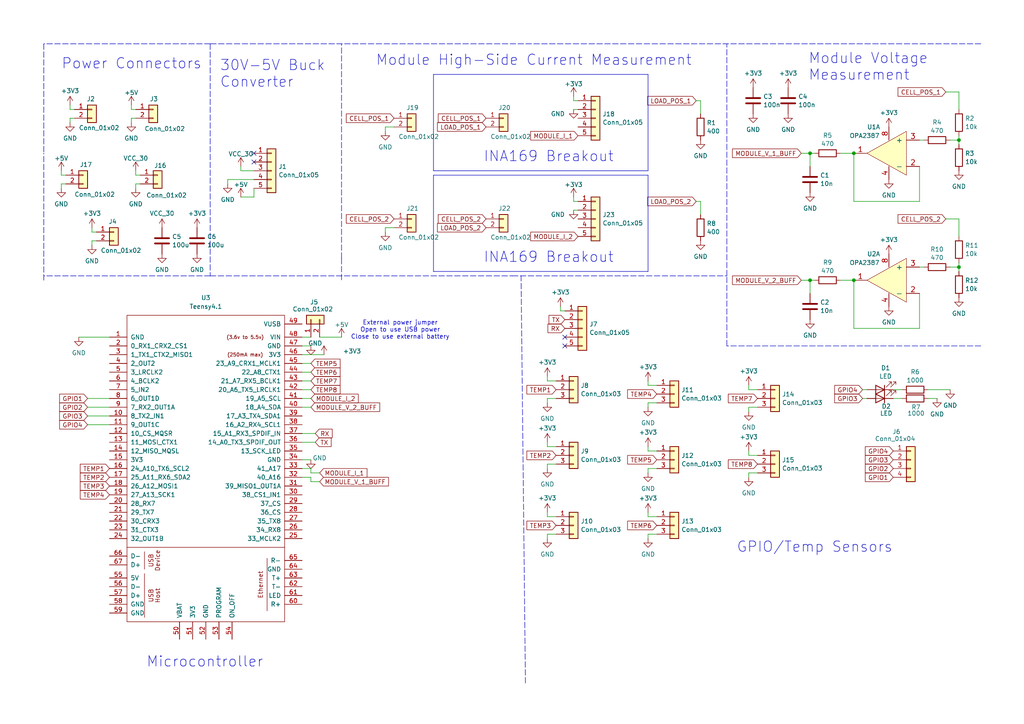
<source format=kicad_sch>
(kicad_sch (version 20250114) (generator "eeschema") (generator_version "9.0")
  (paper "A4")
  (lib_symbols
    (symbol "Connector_Generic:Conn_01x02" (pin_names (offset 1.016) (hide yes))
      (property "Reference" "J" (at 0 2.54 0))
      (property "Value" "Conn_01x02" (at 0 -5.08 0))
      (symbol "Conn_01x02_1_1"
        (pin passive line (at -5.08 0 0) (length 3.81) (name "Pin_1") (number "1"))
        (pin passive line (at -5.08 -2.54 0) (length 3.81) (name "Pin_2") (number "2"))
      )
    )
    (symbol "Connector_Generic:Conn_01x03" (pin_names (offset 1.016) (hide yes))
      (property "Reference" "J" (at 0 5.08 0))
      (property "Value" "Conn_01x03" (at 0 -5.08 0))
      (symbol "Conn_01x03_1_1"
        (pin passive line (at -5.08 2.54 0) (length 3.81) (name "Pin_1") (number "1"))
        (pin passive line (at -5.08 0 0) (length 3.81) (name "Pin_2") (number "2"))
        (pin passive line (at -5.08 -2.54 0) (length 3.81) (name "Pin_3") (number "3"))
      )
    )
    (symbol "Connector_Generic:Conn_01x04" (pin_names (offset 1.016) (hide yes))
      (property "Reference" "J" (at 0 5.08 0))
      (property "Value" "Conn_01x04" (at 0 -7.62 0))
      (symbol "Conn_01x04_1_1"
        (pin passive line (at -5.08 2.54 0) (length 3.81) (name "Pin_1") (number "1"))
        (pin passive line (at -5.08 0 0) (length 3.81) (name "Pin_2") (number "2"))
        (pin passive line (at -5.08 -2.54 0) (length 3.81) (name "Pin_3") (number "3"))
        (pin passive line (at -5.08 -5.08 0) (length 3.81) (name "Pin_4") (number "4"))
      )
    )
    (symbol "Connector_Generic:Conn_01x05" (pin_names (offset 1.016) (hide yes))
      (property "Reference" "J" (at 0 7.62 0))
      (property "Value" "Conn_01x05" (at 0 -7.62 0))
      (symbol "Conn_01x05_1_1"
        (pin passive line (at -5.08 5.08 0) (length 3.81) (name "Pin_1") (number "1"))
        (pin passive line (at -5.08 2.54 0) (length 3.81) (name "Pin_2") (number "2"))
        (pin passive line (at -5.08 0 0) (length 3.81) (name "Pin_3") (number "3"))
        (pin passive line (at -5.08 -2.54 0) (length 3.81) (name "Pin_4") (number "4"))
        (pin passive line (at -5.08 -5.08 0) (length 3.81) (name "Pin_5") (number "5"))
      )
    )
    (symbol "Device:C" (pin_numbers (hide yes)) (pin_names (offset 0.254))
      (property "Reference" "C" (at 0.635 2.54 0))
      (property "Value" "C" (at 0.635 -2.54 0))
      (symbol "C_1_1"
        (pin passive line (at 0 3.81 270) (length 2.794) (name "~") (number "1"))
        (pin passive line (at 0 -3.81 90) (length 2.794) (name "~") (number "2"))
      )
    )
    (symbol "Device:LED" (pin_numbers (hide yes)) (pin_names (offset 1.016) (hide yes))
      (property "Reference" "D" (at 0 2.54 0))
      (property "Value" "LED" (at 0 -2.54 0))
      (symbol "LED_1_1"
        (pin passive line (at -3.81 0 0) (length 2.54) (name "K") (number "1"))
        (pin passive line (at 3.81 0 180) (length 2.54) (name "A") (number "2"))
      )
    )
    (symbol "Device:R" (pin_numbers (hide yes)) (pin_names (offset 0))
      (property "Reference" "R" (at 2.032 0 90))
      (property "Value" "R" (at 0 0 90))
      (symbol "R_1_1"
        (pin passive line (at 0 3.81 270) (length 1.27) (name "~") (number "1"))
        (pin passive line (at 0 -3.81 90) (length 1.27) (name "~") (number "2"))
      )
    )
    (symbol "OPA2387:OPA2387" (pin_names (offset 1.016))
      (property "Reference" "U" (at 6.35 7.62 0))
      (property "Value" "OPA2387" (at 10.16 5.08 0))
      (symbol "OPA2387_1_1"
        (pin power_in line (at -6.35 3.81 0) (length 3.81) (name "+") (number "3"))
        (pin power_in line (at -6.35 -3.81 0) (length 3.81) (name "-") (number "2"))
        (pin power_in line (at 2.54 7.62 270) (length 3.81) (name "~") (number "8"))
        (pin power_in line (at 2.54 -7.62 90) (length 3.81) (name "~") (number "4"))
        (pin power_in line (at 12.7 0 180) (length 3.81) (name "~") (number "1"))
      )
      (symbol "OPA2387_2_1"
        (pin power_in line (at -6.35 3.81 0) (length 3.81) (name "+") (number "5"))
        (pin power_in line (at -6.35 0 0) (length 3.81) (name "TP") (number "9"))
        (pin power_in line (at -6.35 0 0) (length 3.81) (name "TP") (number "9"))
        (pin power_in line (at -6.35 -3.81 0) (length 3.81) (name "-") (number "6"))
        (pin power_in line (at 12.7 0 180) (length 3.81) (name "~") (number "7"))
      )
    )
    (symbol "Teensy:Teensy4.1" (pin_names (offset 1.016))
      (property "Reference" "U" (at 0 64.77 0))
      (property "Value" "Teensy4.1" (at 0 62.23 0))
      (symbol "Teensy4.1_0_0"
        (text "USB" (at -15.875 -10.16 900) (effects (font (size 1.27 1.27))))
        (text "USB" (at -15.875 -20.32 900) (effects (font (size 1.27 1.27))))
        (text "Device" (at -13.97 -10.16 900) (effects (font (size 1.27 1.27))))
        (text "Host" (at -13.97 -20.32 900) (effects (font (size 1.27 1.27))))
        (text "(3.6v to 5.5v)" (at 11.43 54.61 0) (effects (font (size 1.016 1.016))))
        (text "(250mA max)" (at 11.43 49.53 0) (effects (font (size 1.016 1.016))))
        (text "Ethernet" (at 15.875 -17.145 900) (effects (font (size 1.27 1.27))))
        (pin bidirectional line (at -27.94 44.45 0) (length 5.08) (name "3_LRCLK2") (number "5"))
        (pin bidirectional line (at -27.94 41.91 0) (length 5.08) (name "4_BCLK2") (number "6"))
        (pin bidirectional line (at -27.94 39.37 0) (length 5.08) (name "5_IN2") (number "7"))
        (pin bidirectional line (at -27.94 36.83 0) (length 5.08) (name "6_OUT1D") (number "8"))
        (pin bidirectional line (at -27.94 34.29 0) (length 5.08) (name "7_RX2_OUT1A") (number "9"))
        (pin bidirectional line (at -27.94 31.75 0) (length 5.08) (name "8_TX2_IN1") (number "10"))
        (pin bidirectional line (at -27.94 29.21 0) (length 5.08) (name "9_OUT1C") (number "11"))
        (pin bidirectional line (at -27.94 26.67 0) (length 5.08) (name "10_CS_MQSR") (number "12"))
        (pin bidirectional line (at -27.94 24.13 0) (length 5.08) (name "11_MOSI_CTX1") (number "13"))
        (pin bidirectional line (at -27.94 21.59 0) (length 5.08) (name "12_MISO_MQSL") (number "14"))
        (pin power_in line (at -27.94 19.05 0) (length 5.08) (name "3V3") (number "15"))
        (pin bidirectional line (at -27.94 16.51 0) (length 5.08) (name "24_A10_TX6_SCL2") (number "16"))
        (pin bidirectional line (at -27.94 13.97 0) (length 5.08) (name "25_A11_RX6_SDA2") (number "17"))
        (pin bidirectional line (at -27.94 11.43 0) (length 5.08) (name "26_A12_MOSI1") (number "18"))
        (pin bidirectional line (at -27.94 8.89 0) (length 5.08) (name "27_A13_SCK1") (number "19"))
        (pin bidirectional line (at -27.94 6.35 0) (length 5.08) (name "28_RX7") (number "20"))
        (pin bidirectional line (at -27.94 3.81 0) (length 5.08) (name "29_TX7") (number "21"))
        (pin bidirectional line (at -27.94 1.27 0) (length 5.08) (name "30_CRX3") (number "22"))
        (pin bidirectional line (at -27.94 -1.27 0) (length 5.08) (name "31_CTX3") (number "23"))
        (pin bidirectional line (at -27.94 -3.81 0) (length 5.08) (name "32_OUT1B") (number "24"))
        (pin bidirectional line (at -27.94 -8.89 0) (length 5.08) (name "D-") (number "66"))
        (pin bidirectional line (at -27.94 -11.43 0) (length 5.08) (name "D+") (number "67"))
        (pin power_out line (at -27.94 -15.24 0) (length 5.08) (name "5V") (number "55"))
        (pin bidirectional line (at -27.94 -17.78 0) (length 5.08) (name "D-") (number "56"))
        (pin bidirectional line (at -27.94 -20.32 0) (length 5.08) (name "D+") (number "57"))
        (pin power_in line (at -27.94 -22.86 0) (length 5.08) (name "GND") (number "58"))
        (pin power_in line (at -27.94 -25.4 0) (length 5.08) (name "GND") (number "59"))
        (pin power_in line (at -7.62 -33.02 90) (length 5.08) (name "VBAT") (number "50"))
        (pin power_in line (at -3.81 -33.02 90) (length 5.08) (name "3V3") (number "51"))
        (pin input line (at 0 -33.02 90) (length 5.08) (name "GND") (number "52"))
        (pin input line (at 3.81 -33.02 90) (length 5.08) (name "PROGRAM") (number "53"))
        (pin input line (at 7.62 -33.02 90) (length 5.08) (name "ON_OFF") (number "54"))
        (pin power_out line (at 27.94 58.42 180) (length 5.08) (name "VUSB") (number "49"))
        (pin power_in line (at 27.94 54.61 180) (length 5.08) (name "VIN") (number "48"))
        (pin output line (at 27.94 52.07 180) (length 5.08) (name "GND") (number "47"))
        (pin output line (at 27.94 49.53 180) (length 5.08) (name "3V3") (number "46"))
        (pin bidirectional line (at 27.94 46.99 180) (length 5.08) (name "23_A9_CRX1_MCLK1") (number "45"))
        (pin bidirectional line (at 27.94 44.45 180) (length 5.08) (name "22_A8_CTX1") (number "44"))
        (pin bidirectional line (at 27.94 41.91 180) (length 5.08) (name "21_A7_RX5_BCLK1") (number "43"))
        (pin bidirectional line (at 27.94 39.37 180) (length 5.08) (name "20_A6_TX5_LRCLK1") (number "42"))
        (pin bidirectional line (at 27.94 36.83 180) (length 5.08) (name "19_A5_SCL") (number "41"))
        (pin bidirectional line (at 27.94 34.29 180) (length 5.08) (name "18_A4_SDA") (number "40"))
        (pin bidirectional line (at 27.94 31.75 180) (length 5.08) (name "17_A3_TX4_SDA1") (number "39"))
        (pin bidirectional line (at 27.94 29.21 180) (length 5.08) (name "16_A2_RX4_SCL1") (number "38"))
        (pin bidirectional line (at 27.94 26.67 180) (length 5.08) (name "15_A1_RX3_SPDIF_IN") (number "37"))
        (pin bidirectional line (at 27.94 24.13 180) (length 5.08) (name "14_A0_TX3_SPDIF_OUT") (number "36"))
        (pin bidirectional line (at 27.94 21.59 180) (length 5.08) (name "13_SCK_LED") (number "35"))
        (pin bidirectional line (at 27.94 16.51 180) (length 5.08) (name "41_A17") (number "33"))
        (pin bidirectional line (at 27.94 13.97 180) (length 5.08) (name "40_A16") (number "32"))
        (pin bidirectional line (at 27.94 11.43 180) (length 5.08) (name "39_MISO1_OUT1A") (number "31"))
        (pin bidirectional line (at 27.94 8.89 180) (length 5.08) (name "38_CS1_IN1") (number "30"))
        (pin bidirectional line (at 27.94 6.35 180) (length 5.08) (name "37_CS") (number "29"))
        (pin bidirectional line (at 27.94 3.81 180) (length 5.08) (name "36_CS") (number "28"))
        (pin bidirectional line (at 27.94 1.27 180) (length 5.08) (name "35_TX8") (number "27"))
        (pin bidirectional line (at 27.94 -1.27 180) (length 5.08) (name "34_RX8") (number "26"))
        (pin bidirectional line (at 27.94 -3.81 180) (length 5.08) (name "33_MCLK2") (number "25"))
        (pin bidirectional line (at 27.94 -10.16 180) (length 5.08) (name "R-") (number "65"))
        (pin power_in line (at 27.94 -12.7 180) (length 5.08) (name "GND") (number "64"))
        (pin bidirectional line (at 27.94 -15.24 180) (length 5.08) (name "T+") (number "63"))
        (pin bidirectional line (at 27.94 -17.78 180) (length 5.08) (name "T-") (number "62"))
        (pin bidirectional line (at 27.94 -20.32 180) (length 5.08) (name "LED") (number "61"))
        (pin bidirectional line (at 27.94 -22.86 180) (length 5.08) (name "R+") (number "60"))
      )
      (symbol "Teensy4.1_1_1"
        (pin power_in line (at -27.94 54.61 0) (length 5.08) (name "GND") (number "1"))
        (pin bidirectional line (at -27.94 52.07 0) (length 5.08) (name "0_RX1_CRX2_CS1") (number "2"))
        (pin bidirectional line (at -27.94 49.53 0) (length 5.08) (name "1_TX1_CTX2_MISO1") (number "3"))
        (pin bidirectional line (at -27.94 46.99 0) (length 5.08) (name "2_OUT2") (number "4"))
        (pin power_in line (at 27.94 19.05 180) (length 5.08) (name "GND") (number "34"))
      )
    )
    (symbol "power:+3V3" (power) (pin_names (offset 0))
      (property "Value" "+3V3" (at 0 3.556 0))
      (symbol "+3V3_1_1"
        (pin power_in line (at 0 0 90) (length 0) (hide yes) (name "+3V3") (number "1"))
      )
    )
    (symbol "power:GND" (power) (pin_names (offset 0))
      (property "Value" "GND" (at 0 -3.81 0))
      (symbol "GND_1_1"
        (pin power_in line (at 0 0 270) (length 0) (hide yes) (name "GND") (number "1"))
      )
    )
    (symbol "power:VCC" (power) (pin_names (offset 0))
      (property "Value" "VCC" (at 0 3.81 0))
      (symbol "VCC_1_1"
        (pin power_in line (at 0 0 90) (length 0) (hide yes) (name "VCC") (number "1"))
      )
    )
  )
  (text "INA169 Breakout\n" (at 140.208 76.454 0) (effects (font (size 3 3)) (justify left bottom)))
  (text "GPIO/Temp Sensors" (at 213.614 160.528 0) (effects (font (size 3 3)) (justify left bottom)))
  (text "Module Voltage\nMeasurement\n" (at 234.442 23.622 0) (effects (font (size 3 3)) (justify left bottom)))
  (text "External power jumper\nOpen to use USB power\nClose to use external battery" (at 116.078 95.758 0) (effects (font (size 1.27 1.27))))
  (text "30V-5V Buck \nConverter\n" (at 63.754 25.654 0) (effects (font (size 3 3)) (justify left bottom)))
  (text "Module High-Side Current Measurement" (at 108.966 19.304 0) (effects (font (size 3 3)) (justify left bottom)))
  (text "INA169 Breakout\n" (at 140.208 47.244 0) (effects (font (size 3 3)) (justify left bottom)))
  (text "Power Connectors" (at 17.78 20.32 0) (effects (font (size 3 3)) (justify left bottom)))
  (text "Microcontroller" (at 42.418 193.802 0) (effects (font (size 3 3)) (justify left bottom)))
  (junction (at 278.13 77.47))
  (junction (at 247.65 44.45))
  (junction (at 234.95 44.45))
  (junction (at 234.95 81.28))
  (junction (at 278.13 40.64))
  (junction (at 247.65 81.28))
  (no_connect (at 73.66 46.99))
  (no_connect (at 163.83 97.79))
  (no_connect (at 73.66 44.45))
  (no_connect (at 163.83 100.33))
  (wire (pts (xy 278.13 26.67) (xy 278.13 31.75)))
  (wire (pts (xy 269.24 113.03) (xy 275.59 113.03)))
  (wire (pts (xy 217.17 138.43) (xy 217.17 137.16)))
  (wire (pts (xy 26.67 67.31) (xy 27.94 67.31)))
  (wire (pts (xy 114.3 36.83) (xy 111.76 36.83)))
  (wire (pts (xy 161.29 110.49) (xy 158.75 110.49)))
  (wire (pts (xy 203.2 62.23) (xy 203.2 58.42)))
  (wire (pts (xy 187.96 111.76) (xy 187.96 110.49)))
  (wire (pts (xy 17.78 50.8) (xy 17.78 49.53)))
  (polyline (pts (xy 125.73 21.59) (xy 125.73 49.53)))
  (wire (pts (xy 243.84 81.28) (xy 247.65 81.28)))
  (wire (pts (xy 158.75 129.54) (xy 158.75 128.27)))
  (wire (pts (xy 278.13 39.37) (xy 278.13 40.64)))
  (wire (pts (xy 232.41 44.45) (xy 234.95 44.45)))
  (wire (pts (xy 187.96 130.81) (xy 187.96 129.54)))
  (wire (pts (xy 203.2 58.42) (xy 201.93 58.42)))
  (wire (pts (xy 92.71 97.79) (xy 99.06 97.79)))
  (wire (pts (xy 87.63 100.33) (xy 90.17 100.33)))
  (wire (pts (xy 278.13 77.47) (xy 278.13 78.74)))
  (wire (pts (xy 167.64 29.21) (xy 166.37 29.21)))
  (wire (pts (xy 203.2 29.21) (xy 201.93 29.21)))
  (polyline (pts (xy 125.73 50.8) (xy 187.96 50.8)))
  (wire (pts (xy 217.17 137.16) (xy 219.71 137.16)))
  (wire (pts (xy 167.64 58.42) (xy 166.37 58.42)))
  (wire (pts (xy 158.75 149.86) (xy 158.75 148.59)))
  (wire (pts (xy 19.05 50.8) (xy 17.78 50.8)))
  (polyline (pts (xy 187.96 50.8) (xy 187.96 78.74)))
  (wire (pts (xy 187.96 149.86) (xy 187.96 148.59)))
  (wire (pts (xy 278.13 63.5) (xy 274.32 63.5)))
  (wire (pts (xy 87.63 107.95) (xy 90.17 107.95)))
  (wire (pts (xy 166.37 29.21) (xy 166.37 27.94)))
  (wire (pts (xy 187.96 137.16) (xy 187.96 135.89)))
  (polyline (pts (xy 210.82 80.01) (xy 210.82 12.7)) (stroke (width 0) (type dash)))
  (wire (pts (xy 161.29 129.54) (xy 158.75 129.54)))
  (wire (pts (xy 158.75 134.62) (xy 161.29 134.62)))
  (wire (pts (xy 66.04 52.07) (xy 73.66 52.07)))
  (wire (pts (xy 158.75 156.21) (xy 158.75 154.94)))
  (wire (pts (xy 190.5 130.81) (xy 187.96 130.81)))
  (wire (pts (xy 259.08 113.03) (xy 261.62 113.03)))
  (wire (pts (xy 269.24 115.57) (xy 271.78 115.57)))
  (wire (pts (xy 247.65 58.42) (xy 247.65 44.45)))
  (wire (pts (xy 73.66 49.53) (xy 69.85 49.53)))
  (wire (pts (xy 27.94 69.85) (xy 26.67 69.85)))
  (wire (pts (xy 20.32 31.75) (xy 21.59 31.75)))
  (wire (pts (xy 219.71 113.03) (xy 217.17 113.03)))
  (wire (pts (xy 87.63 133.35) (xy 90.17 133.35)))
  (wire (pts (xy 190.5 149.86) (xy 187.96 149.86)))
  (wire (pts (xy 90.17 137.16) (xy 92.71 137.16)))
  (wire (pts (xy 111.76 36.83) (xy 111.76 38.1)))
  (wire (pts (xy 90.17 138.43) (xy 90.17 139.7)))
  (polyline (pts (xy 284.48 100.33) (xy 210.82 100.33)) (stroke (width 0) (type dash)))
  (wire (pts (xy 39.37 53.34) (xy 40.64 53.34)))
  (wire (pts (xy 243.84 44.45) (xy 247.65 44.45)))
  (wire (pts (xy 87.63 125.73) (xy 91.44 125.73)))
  (wire (pts (xy 234.95 48.26) (xy 234.95 44.45)))
  (wire (pts (xy 69.85 57.15) (xy 73.66 57.15)))
  (wire (pts (xy 266.7 58.42) (xy 247.65 58.42)))
  (wire (pts (xy 158.75 115.57) (xy 161.29 115.57)))
  (wire (pts (xy 25.4 120.65) (xy 31.75 120.65)))
  (wire (pts (xy 17.78 53.34) (xy 17.78 54.61)))
  (wire (pts (xy 20.32 34.29) (xy 20.32 35.56)))
  (wire (pts (xy 87.63 110.49) (xy 90.17 110.49)))
  (wire (pts (xy 217.17 118.11) (xy 219.71 118.11)))
  (wire (pts (xy 187.96 118.11) (xy 187.96 116.84)))
  (polyline (pts (xy 60.96 80.01) (xy 12.7 80.01)) (stroke (width 0) (type dash)))
  (wire (pts (xy 266.7 85.09) (xy 266.7 95.25)))
  (wire (pts (xy 161.29 149.86) (xy 158.75 149.86)))
  (wire (pts (xy 275.59 77.47) (xy 278.13 77.47)))
  (wire (pts (xy 22.86 97.79) (xy 31.75 97.79)))
  (wire (pts (xy 158.75 116.84) (xy 158.75 115.57)))
  (polyline (pts (xy 148.59 80.01) (xy 210.82 80.01)) (stroke (width 0) (type dash)))
  (wire (pts (xy 278.13 76.2) (xy 278.13 77.47)))
  (wire (pts (xy 26.67 69.85) (xy 26.67 71.12)))
  (wire (pts (xy 278.13 40.64) (xy 278.13 41.91)))
  (polyline (pts (xy 12.7 12.7) (xy 12.7 44.45)) (stroke (width 0) (type dash)))
  (wire (pts (xy 39.37 50.8) (xy 39.37 49.53)))
  (polyline (pts (xy 12.7 81.28) (xy 12.7 44.45)) (stroke (width 0) (type dash)))
  (polyline (pts (xy 125.73 21.59) (xy 187.96 21.59)))
  (polyline (pts (xy 187.96 78.74) (xy 125.73 78.74)))
  (wire (pts (xy 87.63 118.11) (xy 90.17 118.11)))
  (polyline (pts (xy 60.96 80.01) (xy 148.59 80.01)) (stroke (width 0) (type dash)))
  (wire (pts (xy 158.75 154.94) (xy 161.29 154.94)))
  (wire (pts (xy 87.63 97.79) (xy 90.17 97.79)))
  (polyline (pts (xy 60.96 12.7) (xy 12.7 12.7)) (stroke (width 0) (type dash)))
  (wire (pts (xy 187.96 135.89) (xy 190.5 135.89)))
  (wire (pts (xy 111.76 66.04) (xy 111.76 67.31)))
  (wire (pts (xy 38.1 31.75) (xy 38.1 30.48)))
  (wire (pts (xy 69.85 49.53) (xy 69.85 48.26)))
  (wire (pts (xy 219.71 132.08) (xy 217.17 132.08)))
  (wire (pts (xy 278.13 63.5) (xy 278.13 68.58)))
  (wire (pts (xy 25.4 115.57) (xy 31.75 115.57)))
  (wire (pts (xy 38.1 34.29) (xy 38.1 35.56)))
  (wire (pts (xy 87.63 138.43) (xy 90.17 138.43)))
  (wire (pts (xy 90.17 139.7) (xy 92.71 139.7)))
  (wire (pts (xy 190.5 111.76) (xy 187.96 111.76)))
  (wire (pts (xy 20.32 34.29) (xy 21.59 34.29)))
  (wire (pts (xy 187.96 116.84) (xy 190.5 116.84)))
  (wire (pts (xy 266.7 40.64) (xy 267.97 40.64)))
  (wire (pts (xy 26.67 67.31) (xy 26.67 66.04)))
  (polyline (pts (xy 125.73 50.8) (xy 125.73 78.74)))
  (wire (pts (xy 158.75 135.89) (xy 158.75 134.62)))
  (wire (pts (xy 39.37 50.8) (xy 40.64 50.8)))
  (wire (pts (xy 163.83 90.17) (xy 162.56 90.17)))
  (wire (pts (xy 203.2 33.02) (xy 203.2 29.21)))
  (wire (pts (xy 87.63 128.27) (xy 91.44 128.27)))
  (wire (pts (xy 25.4 123.19) (xy 31.75 123.19)))
  (wire (pts (xy 187.96 156.21) (xy 187.96 154.94)))
  (wire (pts (xy 87.63 105.41) (xy 90.17 105.41)))
  (wire (pts (xy 275.59 40.64) (xy 278.13 40.64)))
  (wire (pts (xy 158.75 110.49) (xy 158.75 109.22)))
  (wire (pts (xy 87.63 115.57) (xy 90.17 115.57)))
  (wire (pts (xy 250.19 113.03) (xy 251.46 113.03)))
  (wire (pts (xy 217.17 132.08) (xy 217.17 130.81)))
  (wire (pts (xy 87.63 113.03) (xy 90.17 113.03)))
  (polyline (pts (xy 284.48 12.7) (xy 60.96 12.7)) (stroke (width 0) (type dash)))
  (wire (pts (xy 114.3 66.04) (xy 111.76 66.04)))
  (wire (pts (xy 259.08 115.57) (xy 261.62 115.57)))
  (polyline (pts (xy 60.96 12.7) (xy 60.96 80.01)) (stroke (width 0) (type dash)))
  (wire (pts (xy 166.37 58.42) (xy 166.37 57.15)))
  (wire (pts (xy 87.63 135.89) (xy 90.17 135.89)))
  (polyline (pts (xy 187.96 21.59) (xy 187.96 49.53)))
  (polyline (pts (xy 99.06 74.93) (xy 99.06 81.28)) (stroke (width 0) (type dash)))
  (wire (pts (xy 250.19 115.57) (xy 251.46 115.57)))
  (wire (pts (xy 234.95 85.09) (xy 234.95 81.28)))
  (wire (pts (xy 66.04 53.34) (xy 66.04 52.07)))
  (wire (pts (xy 187.96 154.94) (xy 190.5 154.94)))
  (polyline (pts (xy 210.82 100.33) (xy 210.82 80.01)) (stroke (width 0) (type dash)))
  (wire (pts (xy 38.1 31.75) (xy 39.37 31.75)))
  (wire (pts (xy 19.05 53.34) (xy 17.78 53.34)))
  (wire (pts (xy 247.65 95.25) (xy 247.65 81.28)))
  (wire (pts (xy 38.1 34.29) (xy 39.37 34.29)))
  (wire (pts (xy 166.37 31.75) (xy 167.64 31.75)))
  (polyline (pts (xy 152.4 198.12) (xy 151.13 80.01)) (stroke (width 0) (type dash)))
  (wire (pts (xy 20.32 31.75) (xy 20.32 30.48)))
  (wire (pts (xy 73.66 57.15) (xy 73.66 54.61)))
  (wire (pts (xy 278.13 26.67) (xy 274.32 26.67)))
  (polyline (pts (xy 99.06 74.93) (xy 99.06 12.7)) (stroke (width 0) (type dash)))
  (wire (pts (xy 217.17 113.03) (xy 217.17 111.76)))
  (wire (pts (xy 232.41 81.28) (xy 234.95 81.28)))
  (polyline (pts (xy 187.96 49.53) (xy 125.73 49.53)))
  (wire (pts (xy 266.7 77.47) (xy 267.97 77.47)))
  (wire (pts (xy 87.63 102.87) (xy 93.98 102.87)))
  (wire (pts (xy 217.17 119.38) (xy 217.17 118.11)))
  (wire (pts (xy 166.37 60.96) (xy 167.64 60.96)))
  (wire (pts (xy 90.17 135.89) (xy 90.17 137.16)))
  (wire (pts (xy 39.37 53.34) (xy 39.37 54.61)))
  (wire (pts (xy 234.95 81.28) (xy 236.22 81.28)))
  (wire (pts (xy 25.4 118.11) (xy 31.75 118.11)))
  (wire (pts (xy 234.95 44.45) (xy 236.22 44.45)))
  (wire (pts (xy 266.7 48.26) (xy 266.7 58.42)))
  (wire (pts (xy 266.7 95.25) (xy 247.65 95.25)))
  (wire (pts (xy 162.56 90.17) (xy 162.56 88.9)))
  (global_label "MODULE_I_2" (shape input) (at 90.17 115.57 0) (property "Intersheetrefs" "${INTERSHEET_REFS}" (effects (hide yes))))
  (global_label "MODULE_I_2" (shape input) (at 167.64 68.58 180) (property "Intersheetrefs" "${INTERSHEET_REFS}" (effects (hide yes))))
  (global_label "MODULE_V_1_BUFF" (shape input) (at 92.71 139.7 0) (property "Intersheetrefs" "${INTERSHEET_REFS}" (effects (hide yes))))
  (global_label "GPIO4" (shape input) (at 259.08 130.81 180) (property "Intersheetrefs" "${INTERSHEET_REFS}" (effects (hide yes))))
  (global_label "TEMP8" (shape input) (at 90.17 113.03 0) (property "Intersheetrefs" "${INTERSHEET_REFS}" (effects (hide yes))))
  (global_label "GPIO1" (shape input) (at 25.4 115.57 180) (property "Intersheetrefs" "${INTERSHEET_REFS}" (effects (hide yes))))
  (global_label "TEMP1" (shape input) (at 31.75 135.89 180) (property "Intersheetrefs" "${INTERSHEET_REFS}" (effects (hide yes))))
  (global_label "LOAD_POS_1" (shape input) (at 140.97 36.83 180) (property "Intersheetrefs" "${INTERSHEET_REFS}" (effects (hide yes))))
  (global_label "LOAD_POS_1" (shape input) (at 201.93 29.21 180) (property "Intersheetrefs" "${INTERSHEET_REFS}" (effects (hide yes))))
  (global_label "MODULE_V_1_BUFF" (shape input) (at 232.41 44.45 180) (property "Intersheetrefs" "${INTERSHEET_REFS}" (effects (hide yes))))
  (global_label "TEMP4" (shape input) (at 190.5 114.3 180) (property "Intersheetrefs" "${INTERSHEET_REFS}" (effects (hide yes))))
  (global_label "TEMP7" (shape input) (at 90.17 110.49 0) (property "Intersheetrefs" "${INTERSHEET_REFS}" (effects (hide yes))))
  (global_label "TEMP2" (shape input) (at 161.29 132.08 180) (property "Intersheetrefs" "${INTERSHEET_REFS}" (effects (hide yes))))
  (global_label "LOAD_POS_2" (shape input) (at 201.93 58.42 180) (property "Intersheetrefs" "${INTERSHEET_REFS}" (effects (hide yes))))
  (global_label "CELL_POS_2" (shape input) (at 140.97 63.5 180) (property "Intersheetrefs" "${INTERSHEET_REFS}" (effects (hide yes))))
  (global_label "GPIO4" (shape input) (at 250.19 113.03 180) (property "Intersheetrefs" "${INTERSHEET_REFS}" (effects (hide yes))))
  (global_label "CELL_POS_1" (shape input) (at 114.3 34.29 180) (property "Intersheetrefs" "${INTERSHEET_REFS}" (effects (hide yes))))
  (global_label "TX" (shape input) (at 91.44 128.27 0) (property "Intersheetrefs" "${INTERSHEET_REFS}" (effects (hide yes))))
  (global_label "TEMP7" (shape input) (at 219.71 115.57 180) (property "Intersheetrefs" "${INTERSHEET_REFS}" (effects (hide yes))))
  (global_label "GPIO3" (shape input) (at 259.08 133.35 180) (property "Intersheetrefs" "${INTERSHEET_REFS}" (effects (hide yes))))
  (global_label "CELL_POS_2" (shape input) (at 114.3 63.5 180) (property "Intersheetrefs" "${INTERSHEET_REFS}" (effects (hide yes))))
  (global_label "MODULE_I_1" (shape input) (at 167.64 39.37 180) (property "Intersheetrefs" "${INTERSHEET_REFS}" (effects (hide yes))))
  (global_label "TEMP2" (shape input) (at 31.75 138.43 180) (property "Intersheetrefs" "${INTERSHEET_REFS}" (effects (hide yes))))
  (global_label "GPIO2" (shape input) (at 259.08 135.89 180) (property "Intersheetrefs" "${INTERSHEET_REFS}" (effects (hide yes))))
  (global_label "GPIO1" (shape input) (at 259.08 138.43 180) (property "Intersheetrefs" "${INTERSHEET_REFS}" (effects (hide yes))))
  (global_label "CELL_POS_1" (shape input) (at 140.97 34.29 180) (property "Intersheetrefs" "${INTERSHEET_REFS}" (effects (hide yes))))
  (global_label "TEMP3" (shape input) (at 161.29 152.4 180) (property "Intersheetrefs" "${INTERSHEET_REFS}" (effects (hide yes))))
  (global_label "MODULE_V_2_BUFF" (shape input) (at 90.17 118.11 0) (property "Intersheetrefs" "${INTERSHEET_REFS}" (effects (hide yes))))
  (global_label "LOAD_POS_2" (shape input) (at 140.97 66.04 180) (property "Intersheetrefs" "${INTERSHEET_REFS}" (effects (hide yes))))
  (global_label "TX" (shape input) (at 163.83 92.71 180) (property "Intersheetrefs" "${INTERSHEET_REFS}" (effects (hide yes))))
  (global_label "RX" (shape input) (at 91.44 125.73 0) (property "Intersheetrefs" "${INTERSHEET_REFS}" (effects (hide yes))))
  (global_label "CELL_POS_1" (shape input) (at 274.32 26.67 180) (property "Intersheetrefs" "${INTERSHEET_REFS}" (effects (hide yes))))
  (global_label "TEMP6" (shape input) (at 90.17 107.95 0) (property "Intersheetrefs" "${INTERSHEET_REFS}" (effects (hide yes))))
  (global_label "MODULE_V_2_BUFF" (shape input) (at 232.41 81.28 180) (property "Intersheetrefs" "${INTERSHEET_REFS}" (effects (hide yes))))
  (global_label "TEMP1" (shape input) (at 161.29 113.03 180) (property "Intersheetrefs" "${INTERSHEET_REFS}" (effects (hide yes))))
  (global_label "GPIO2" (shape input) (at 25.4 118.11 180) (property "Intersheetrefs" "${INTERSHEET_REFS}" (effects (hide yes))))
  (global_label "TEMP8" (shape input) (at 219.71 134.62 180) (property "Intersheetrefs" "${INTERSHEET_REFS}" (effects (hide yes))))
  (global_label "RX" (shape input) (at 163.83 95.25 180) (property "Intersheetrefs" "${INTERSHEET_REFS}" (effects (hide yes))))
  (global_label "GPIO3" (shape input) (at 25.4 120.65 180) (property "Intersheetrefs" "${INTERSHEET_REFS}" (effects (hide yes))))
  (global_label "TEMP6" (shape input) (at 190.5 152.4 180) (property "Intersheetrefs" "${INTERSHEET_REFS}" (effects (hide yes))))
  (global_label "CELL_POS_2" (shape input) (at 274.32 63.5 180) (property "Intersheetrefs" "${INTERSHEET_REFS}" (effects (hide yes))))
  (global_label "TEMP4" (shape input) (at 31.75 143.51 180) (property "Intersheetrefs" "${INTERSHEET_REFS}" (effects (hide yes))))
  (global_label "GPIO3" (shape input) (at 250.19 115.57 180) (property "Intersheetrefs" "${INTERSHEET_REFS}" (effects (hide yes))))
  (global_label "TEMP5" (shape input) (at 90.17 105.41 0) (property "Intersheetrefs" "${INTERSHEET_REFS}" (effects (hide yes))))
  (global_label "TEMP3" (shape input) (at 31.75 140.97 180) (property "Intersheetrefs" "${INTERSHEET_REFS}" (effects (hide yes))))
  (global_label "MODULE_I_1" (shape input) (at 92.71 137.16 0) (property "Intersheetrefs" "${INTERSHEET_REFS}" (effects (hide yes))))
  (global_label "TEMP5" (shape input) (at 190.5 133.35 180) (property "Intersheetrefs" "${INTERSHEET_REFS}" (effects (hide yes))))
  (global_label "GPIO4" (shape input) (at 25.4 123.19 180) (property "Intersheetrefs" "${INTERSHEET_REFS}" (effects (hide yes))))
  (symbol (lib_id "OPA2387:OPA2387") (at 260.35 44.45 0) (mirror y) (unit 1)
    (property "Reference" "U1" (at 251.46 36.83 0) (effects (justify right)))
    (property "Value" "OPA2387" (at 246.38 39.37 0) (effects (justify right)))
    (property "Footprint" "Current_Sensor:OPA2387" (effects (hide yes)))
  )
  (symbol (lib_id "power:GND") (at 278.13 86.36 0) (mirror y) (unit 1)
    (property "Reference" "#PWR0140" (effects (hide yes)))
    (property "Value" "GND" (at 278.13 90.9225 0))
  )
  (symbol (lib_id "Connector_Generic:Conn_01x02") (at 119.38 63.5 0) (unit 1)
    (property "Reference" "J21" (at 117.856 60.452 0) (effects (justify left)))
    (property "Value" "Conn_01x02" (at 115.57 68.834 0) (effects (justify left)))
    (property "Footprint" "Connector_Hirose:Hirose_DF13C_CL535-0402-2-51_1x02-1MP_P1.25mm_Vertical" (effects (hide yes)))
  )
  (symbol (lib_id "power:GND") (at 257.81 88.9 0) (mirror y) (unit 1)
    (property "Reference" "#PWR0139" (effects (hide yes)))
    (property "Value" "GND" (at 257.81 93.4625 0))
  )
  (symbol (lib_id "power:+3V3") (at 166.37 27.94 0) (unit 1)
    (property "Reference" "#PWR012" (effects (hide yes)))
    (property "Value" "+3V3" (at 166.37 24.3355 0))
  )
  (symbol (lib_id "Connector_Generic:Conn_01x04") (at 264.16 133.35 0) (unit 1)
    (property "Reference" "J6" (at 258.826 125.222 0) (effects (justify left)))
    (property "Value" "Conn_01x04" (at 253.746 127.254 0) (effects (justify left)))
    (property "Footprint" "Connector_PinHeader_2.54mm:PinHeader_1x04_P2.54mm_Vertical" (effects (hide yes)))
    (property "Description" "Generic connector, single row, 01x04, script generated (kicad-library-utils/schlib/autogen/connector/)" (effects (hide yes)))
  )
  (symbol (lib_id "power:GND") (at 166.37 31.75 0) (unit 1)
    (property "Reference" "#PWR019" (effects (hide yes)))
    (property "Value" "GND" (at 161.798 33.02 0))
  )
  (symbol (lib_id "power:+3V3") (at 57.15 66.04 0) (unit 1)
    (property "Reference" "#PWR031" (effects (hide yes)))
    (property "Value" "+3V3" (at 57.15 61.9069 0))
  )
  (symbol (lib_id "Device:C") (at 218.44 29.21 0) (unit 1)
    (property "Reference" "C3" (at 221.361 27.9978 0) (effects (justify left)))
    (property "Value" "100n" (at 221.361 30.4221 0) (effects (justify left)))
    (property "Footprint" "Capacitor_SMD:C_0805_2012Metric" (effects (hide yes)))
    (property "Description" "Unpolarized capacitor" (effects (hide yes)))
  )
  (symbol (lib_id "power:+3V3") (at 217.17 130.81 0) (mirror y) (unit 1)
    (property "Reference" "#PWR0132" (effects (hide yes)))
    (property "Value" "+3V3" (at 217.17 126.746 0))
  )
  (symbol (lib_id "power:+3V3") (at 17.78 49.53 0) (unit 1)
    (property "Reference" "#PWR015" (effects (hide yes)))
    (property "Value" "+5V" (at 17.78 45.9255 0))
  )
  (symbol (lib_id "power:+3V3") (at 158.75 128.27 0) (mirror y) (unit 1)
    (property "Reference" "#PWR0120" (effects (hide yes)))
    (property "Value" "+3V3" (at 158.75 124.206 0))
  )
  (symbol (lib_id "Device:C") (at 228.6 29.21 0) (unit 1)
    (property "Reference" "C4" (at 231.521 27.9978 0) (effects (justify left)))
    (property "Value" "100n" (at 231.521 30.4221 0) (effects (justify left)))
    (property "Footprint" "Capacitor_SMD:C_0805_2012Metric" (effects (hide yes)))
    (property "Description" "Unpolarized capacitor" (effects (hide yes)))
  )
  (symbol (lib_id "power:GND") (at 111.76 38.1 0) (unit 1)
    (property "Reference" "#PWR021" (effects (hide yes)))
    (property "Value" "GND" (at 111.76 42.6625 0))
  )
  (symbol (lib_id "power:GND") (at 187.96 156.21 0) (mirror y) (unit 1)
    (property "Reference" "#PWR0129" (effects (hide yes)))
    (property "Value" "GND" (at 187.96 160.7725 0))
  )
  (symbol (lib_id "Device:R") (at 271.78 77.47 90) (unit 1)
    (property "Reference" "R10" (at 271.78 72.3095 90))
    (property "Value" "470" (at 271.78 74.7338 90))
    (property "Footprint" "Resistor_SMD:R_0805_2012Metric" (effects (hide yes)))
    (property "Description" "Resistor" (effects (hide yes)))
  )
  (symbol (lib_id "OPA2387:OPA2387") (at 260.35 81.28 0) (mirror y) (unit 1)
    (property "Reference" "U2" (at 251.46 73.66 0) (effects (justify right)))
    (property "Value" "OPA2387" (at 246.38 76.2 0) (effects (justify right)))
    (property "Footprint" "Current_Sensor:OPA2387" (effects (hide yes)))
  )
  (symbol (lib_id "power:+3V3") (at 46.99 66.04 0) (unit 1)
    (property "Reference" "#PWR030" (effects (hide yes)))
    (property "Value" "VCC_30" (at 46.99 61.9069 0))
  )
  (symbol (lib_id "power:VCC") (at 39.37 49.53 0) (unit 1)
    (property "Reference" "#PWR013" (effects (hide yes)))
    (property "Value" "VCC_30" (at 39.37 45.9255 0))
  )
  (symbol (lib_id "Device:R") (at 240.03 44.45 90) (unit 1)
    (property "Reference" "R5" (at 240.03 39.2895 90))
    (property "Value" "470" (at 240.03 41.7138 90))
    (property "Footprint" "Resistor_SMD:R_0805_2012Metric" (effects (hide yes)))
    (property "Description" "Resistor" (effects (hide yes)))
  )
  (symbol (lib_id "power:GND") (at 228.6 33.02 0) (mirror y) (unit 1)
    (property "Reference" "#PWR0142" (effects (hide yes)))
    (property "Value" "GND" (at 228.6 37.5825 0))
  )
  (symbol (lib_id "power:+3V3") (at 187.96 148.59 0) (mirror y) (unit 1)
    (property "Reference" "#PWR0128" (effects (hide yes)))
    (property "Value" "+3V3" (at 187.96 144.526 0))
  )
  (symbol (lib_id "power:GND") (at 46.99 73.66 0) (mirror y) (unit 1)
    (property "Reference" "#PWR0143" (effects (hide yes)))
    (property "Value" "GND" (at 46.99 78.2225 0))
  )
  (symbol (lib_id "Connector_Generic:Conn_01x03") (at 224.79 115.57 0) (unit 1)
    (property "Reference" "J14" (at 226.822 114.3578 0) (effects (justify left)))
    (property "Value" "Conn_01x03" (at 226.822 116.7821 0) (effects (justify left)))
    (property "Footprint" "Connector_PinHeader_2.54mm:PinHeader_1x03_P2.54mm_Vertical" (effects (hide yes)))
    (property "Description" "Generic connector, single row, 01x03, script generated (kicad-library-utils/schlib/autogen/connector/)" (effects (hide yes)))
  )
  (symbol (lib_id "power:+3V3") (at 69.85 57.15 0) (unit 1)
    (property "Reference" "#PWR08" (effects (hide yes)))
    (property "Value" "+5V" (at 69.85 53.5455 0))
  )
  (symbol (lib_id "power:+3V3") (at 166.37 57.15 0) (unit 1)
    (property "Reference" "#PWR024" (effects (hide yes)))
    (property "Value" "+3V3" (at 166.37 53.5455 0))
  )
  (symbol (lib_id "Connector_Generic:Conn_01x05") (at 172.72 63.5 0) (unit 1)
    (property "Reference" "J23" (at 174.752 62.2878 0) (effects (justify left)))
    (property "Value" "Conn_01x05" (at 174.752 64.7121 0) (effects (justify left)))
    (property "Footprint" "Current_Sensor:1X05_ROUND_70" (effects (hide yes)))
    (property "Description" "Generic connector, single row, 01x05, script generated (kicad-library-utils/schlib/autogen/connector/)" (effects (hide yes)))
  )
  (symbol (lib_id "power:GND") (at 158.75 135.89 0) (mirror y) (unit 1)
    (property "Reference" "#PWR0121" (effects (hide yes)))
    (property "Value" "GND" (at 158.75 140.4525 0))
  )
  (symbol (lib_id "Connector_Generic:Conn_01x05") (at 168.91 95.25 0) (unit 1)
    (property "Reference" "J7" (at 170.942 94.0378 0) (effects (justify left)))
    (property "Value" "Conn_01x05" (at 170.942 96.4621 0) (effects (justify left)))
    (property "Footprint" "Connector_Molex:Molex_PicoBlade_53047-0510_1x05_P1.25mm_Vertical" (effects (hide yes)))
    (property "Description" "Generic connector, single row, 01x05, script generated (kicad-library-utils/schlib/autogen/connector/)" (effects (hide yes)))
  )
  (symbol (lib_id "power:GND") (at 111.76 67.31 0) (unit 1)
    (property "Reference" "#PWR023" (effects (hide yes)))
    (property "Value" "GND" (at 111.76 71.8725 0))
  )
  (symbol (lib_id "power:GND") (at 203.2 69.85 0) (unit 1)
    (property "Reference" "#PWR026" (effects (hide yes)))
    (property "Value" "GND" (at 203.2 74.4125 0))
  )
  (symbol (lib_id "power:GND") (at 217.17 138.43 0) (mirror y) (unit 1)
    (property "Reference" "#PWR0133" (effects (hide yes)))
    (property "Value" "GND" (at 217.17 142.9925 0))
  )
  (symbol (lib_id "Device:R") (at 278.13 72.39 0) (unit 1)
    (property "Reference" "R11" (at 279.908 71.1778 0) (effects (justify left)))
    (property "Value" "10k" (at 279.908 73.6021 0) (effects (justify left)))
    (property "Footprint" "Resistor_SMD:R_0805_2012Metric" (effects (hide yes)))
    (property "Description" "Resistor" (effects (hide yes)))
  )
  (symbol (lib_id "Device:R") (at 203.2 66.04 0) (unit 1)
    (property "Reference" "R8" (at 204.978 64.8278 0) (effects (justify left)))
    (property "Value" "400" (at 204.978 67.2521 0) (effects (justify left)))
    (property "Footprint" "Current_Sensor:Load_Resistor_400ohm" (effects (hide yes)))
    (property "Description" "Resistor" (effects (hide yes)))
  )
  (symbol (lib_id "power:GND") (at 187.96 137.16 0) (mirror y) (unit 1)
    (property "Reference" "#PWR0127" (effects (hide yes)))
    (property "Value" "GND" (at 187.96 141.7225 0))
  )
  (symbol (lib_id "Device:LED") (at 255.27 115.57 180) (unit 1)
    (property "Reference" "D2" (at 257.048 117.856 0))
    (property "Value" "LED" (at 257.048 119.888 0))
    (property "Footprint" "LED_THT:LED_D1.8mm_W3.3mm_H2.4mm" (effects (hide yes)))
    (property "Description" "Light emitting diode" (effects (hide yes)))
    (property "Sim.Pins" "1=K 2=A" (effects (hide yes)))
  )
  (symbol (lib_id "power:GND") (at 38.1 35.56 0) (unit 1)
    (property "Reference" "#PWR06" (effects (hide yes)))
    (property "Value" "GND" (at 38.1 40.1225 0))
  )
  (symbol (lib_id "power:GND") (at 278.13 49.53 0) (mirror y) (unit 1)
    (property "Reference" "#PWR0116" (effects (hide yes)))
    (property "Value" "GND" (at 278.13 54.0925 0))
  )
  (symbol (lib_id "power:+3V3") (at 20.32 30.48 0) (unit 1)
    (property "Reference" "#PWR03" (effects (hide yes)))
    (property "Value" "+3V3" (at 20.32 26.3469 0))
  )
  (symbol (lib_id "power:+3V3") (at 228.6 25.4 0) (unit 1)
    (property "Reference" "#PWR029" (effects (hide yes)))
    (property "Value" "+3V3" (at 228.6 21.2669 0))
  )
  (symbol (lib_id "Connector_Generic:Conn_01x05") (at 172.72 34.29 0) (unit 1)
    (property "Reference" "J18" (at 174.752 33.0778 0) (effects (justify left)))
    (property "Value" "Conn_01x05" (at 174.752 35.5021 0) (effects (justify left)))
    (property "Footprint" "Current_Sensor:1X05_ROUND_70" (effects (hide yes)))
    (property "Description" "Generic connector, single row, 01x05, script generated (kicad-library-utils/schlib/autogen/connector/)" (effects (hide yes)))
  )
  (symbol (lib_id "power:GND") (at 203.2 40.64 0) (unit 1)
    (property "Reference" "#PWR020" (effects (hide yes)))
    (property "Value" "GND" (at 203.2 45.2025 0))
  )
  (symbol (lib_id "power:+3V3") (at 218.44 25.4 0) (unit 1)
    (property "Reference" "#PWR028" (effects (hide yes)))
    (property "Value" "+3V3" (at 218.44 21.2669 0))
  )
  (symbol (lib_id "power:+3V3") (at 26.67 66.04 0) (unit 1)
    (property "Reference" "#PWR09" (effects (hide yes)))
    (property "Value" "+3V3" (at 26.67 61.9069 0))
  )
  (symbol (lib_id "power:+3V3") (at 38.1 30.48 0) (unit 1)
    (property "Reference" "#PWR05" (effects (hide yes)))
    (property "Value" "+5V" (at 38.1 26.8755 0))
  )
  (symbol (lib_id "Device:R") (at 240.03 81.28 90) (unit 1)
    (property "Reference" "R9" (at 240.03 76.1195 90))
    (property "Value" "470" (at 240.03 78.5438 90))
    (property "Footprint" "Resistor_SMD:R_0805_2012Metric" (effects (hide yes)))
    (property "Description" "Resistor" (effects (hide yes)))
  )
  (symbol (lib_id "Device:C") (at 46.99 69.85 0) (unit 1)
    (property "Reference" "C5" (at 49.911 68.6378 0) (effects (justify left)))
    (property "Value" "100u" (at 49.911 71.0621 0) (effects (justify left)))
    (property "Footprint" "Capacitor_SMD:C_0805_2012Metric" (effects (hide yes)))
    (property "Description" "Unpolarized capacitor" (effects (hide yes)))
  )
  (symbol (lib_id "Connector_Generic:Conn_01x03") (at 195.58 114.3 0) (unit 1)
    (property "Reference" "J11" (at 197.612 113.0878 0) (effects (justify left)))
    (property "Value" "Conn_01x03" (at 197.612 115.5121 0) (effects (justify left)))
    (property "Footprint" "Connector_PinHeader_2.54mm:PinHeader_1x03_P2.54mm_Vertical" (effects (hide yes)))
    (property "Description" "Generic connector, single row, 01x03, script generated (kicad-library-utils/schlib/autogen/connector/)" (effects (hide yes)))
  )
  (symbol (lib_id "Connector_Generic:Conn_01x03") (at 195.58 133.35 0) (unit 1)
    (property "Reference" "J12" (at 197.612 132.1378 0) (effects (justify left)))
    (property "Value" "Conn_01x03" (at 197.612 134.5621 0) (effects (justify left)))
    (property "Footprint" "Connector_PinHeader_2.54mm:PinHeader_1x03_P2.54mm_Vertical" (effects (hide yes)))
    (property "Description" "Generic connector, single row, 01x03, script generated (kicad-library-utils/schlib/autogen/connector/)" (effects (hide yes)))
  )
  (symbol (lib_id "power:+3V3") (at 93.98 102.87 0) (unit 1)
    (property "Reference" "#PWR010" (effects (hide yes)))
    (property "Value" "+3V3" (at 102.108 101.854 0))
  )
  (symbol (lib_id "power:+3V3") (at 162.56 88.9 0) (mirror y) (unit 1)
    (property "Reference" "#PWR0134" (effects (hide yes)))
    (property "Value" "+3V3" (at 162.56 84.7669 0))
  )
  (symbol (lib_id "power:GND") (at 26.67 71.12 0) (unit 1)
    (property "Reference" "#PWR011" (effects (hide yes)))
    (property "Value" "GND" (at 26.67 75.6825 0))
  )
  (symbol (lib_id "power:GND") (at 90.17 133.35 0) (mirror y) (unit 1)
    (property "Reference" "#PWR0115" (effects (hide yes)))
    (property "Value" "GND" (at 92.71 132.842 0))
  )
  (symbol (lib_id "power:GND") (at 218.44 33.02 0) (mirror y) (unit 1)
    (property "Reference" "#PWR0141" (effects (hide yes)))
    (property "Value" "GND" (at 218.44 37.5825 0))
  )
  (symbol (lib_id "power:GND") (at 20.32 35.56 0) (unit 1)
    (property "Reference" "#PWR04" (effects (hide yes)))
    (property "Value" "GND" (at 20.32 40.1225 0))
  )
  (symbol (lib_id "power:GND") (at 158.75 156.21 0) (mirror y) (unit 1)
    (property "Reference" "#PWR0123" (effects (hide yes)))
    (property "Value" "GND" (at 158.75 160.7725 0))
  )
  (symbol (lib_id "Connector_Generic:Conn_01x03") (at 224.79 134.62 0) (unit 1)
    (property "Reference" "J15" (at 226.822 133.4078 0) (effects (justify left)))
    (property "Value" "Conn_01x03" (at 226.822 135.8321 0) (effects (justify left)))
    (property "Footprint" "Connector_PinHeader_2.54mm:PinHeader_1x03_P2.54mm_Vertical" (effects (hide yes)))
    (property "Description" "Generic connector, single row, 01x03, script generated (kicad-library-utils/schlib/autogen/connector/)" (effects (hide yes)))
  )
  (symbol (lib_id "power:GND") (at 217.17 119.38 0) (mirror y) (unit 1)
    (property "Reference" "#PWR0131" (effects (hide yes)))
    (property "Value" "GND" (at 217.17 123.9425 0))
  )
  (symbol (lib_id "power:+3V3") (at 99.06 97.79 0) (unit 1)
    (property "Reference" "#PWR07" (effects (hide yes)))
    (property "Value" "+5V" (at 99.06 94.1855 0))
  )
  (symbol (lib_id "power:+3V3") (at 158.75 148.59 0) (mirror y) (unit 1)
    (property "Reference" "#PWR0122" (effects (hide yes)))
    (property "Value" "+3V3" (at 158.75 144.4569 0))
  )
  (symbol (lib_id "Device:C") (at 57.15 69.85 0) (unit 1)
    (property "Reference" "C6" (at 60.071 68.6378 0) (effects (justify left)))
    (property "Value" "100u" (at 60.071 71.0621 0) (effects (justify left)))
    (property "Footprint" "Capacitor_SMD:C_0805_2012Metric" (effects (hide yes)))
    (property "Description" "Unpolarized capacitor" (effects (hide yes)))
  )
  (symbol (lib_id "power:GND") (at 39.37 54.61 0) (unit 1)
    (property "Reference" "#PWR014" (effects (hide yes)))
    (property "Value" "GND" (at 39.37 59.1725 0))
  )
  (symbol (lib_id "Device:LED") (at 255.27 113.03 180) (unit 1)
    (property "Reference" "D1" (at 256.8575 106.7265 0))
    (property "Value" "LED" (at 256.8575 109.1508 0))
    (property "Footprint" "LED_THT:LED_D1.8mm_W3.3mm_H2.4mm" (effects (hide yes)))
    (property "Description" "Light emitting diode" (effects (hide yes)))
    (property "Sim.Pins" "1=K 2=A" (effects (hide yes)))
  )
  (symbol (lib_id "Device:R") (at 278.13 45.72 0) (unit 1)
    (property "Reference" "R3" (at 279.908 44.5078 0) (effects (justify left)))
    (property "Value" "10k" (at 279.908 46.9321 0) (effects (justify left)))
    (property "Footprint" "Resistor_SMD:R_0805_2012Metric" (effects (hide yes)))
    (property "Description" "Resistor" (effects (hide yes)))
  )
  (symbol (lib_id "power:VCC") (at 69.85 48.26 0) (unit 1)
    (property "Reference" "#PWR018" (effects (hide yes)))
    (property "Value" "VCC_30" (at 69.85 44.6555 0))
  )
  (symbol (lib_id "Connector_Generic:Conn_01x03") (at 166.37 113.03 0) (unit 1)
    (property "Reference" "J8" (at 168.402 111.8178 0) (effects (justify left)))
    (property "Value" "Conn_01x03" (at 168.402 114.2421 0) (effects (justify left)))
    (property "Footprint" "Connector_PinHeader_2.54mm:PinHeader_1x03_P2.54mm_Vertical" (effects (hide yes)))
    (property "Description" "Generic connector, single row, 01x03, script generated (kicad-library-utils/schlib/autogen/connector/)" (effects (hide yes)))
  )
  (symbol (lib_id "power:GND") (at 57.15 73.66 0) (mirror y) (unit 1)
    (property "Reference" "#PWR0144" (effects (hide yes)))
    (property "Value" "GND" (at 57.15 78.2225 0))
  )
  (symbol (lib_id "power:GND") (at 271.78 115.57 0) (mirror y) (unit 1)
    (property "Reference" "#PWR0136" (effects (hide yes)))
    (property "Value" "GND" (at 271.78 120.1325 0))
  )
  (symbol (lib_id "Connector_Generic:Conn_01x03") (at 195.58 152.4 0) (unit 1)
    (property "Reference" "J13" (at 197.612 151.1878 0) (effects (justify left)))
    (property "Value" "Conn_01x03" (at 197.612 153.6121 0) (effects (justify left)))
    (property "Footprint" "Connector_PinHeader_2.54mm:PinHeader_1x03_P2.54mm_Vertical" (effects (hide yes)))
    (property "Description" "Generic connector, single row, 01x03, script generated (kicad-library-utils/schlib/autogen/connector/)" (effects (hide yes)))
  )
  (symbol (lib_id "Connector_Generic:Conn_01x02") (at 24.13 50.8 0) (unit 1)
    (property "Reference" "J17" (at 23.114 47.752 0) (effects (justify left)))
    (property "Value" "Conn_01x02" (at 21.59 56.388 0) (effects (justify left)))
    (property "Footprint" "Connector_Hirose:Hirose_DF13C_CL535-0402-2-51_1x02-1MP_P1.25mm_Vertical" (effects (hide yes)))
  )
  (symbol (lib_id "Device:R") (at 265.43 113.03 90) (unit 1)
    (property "Reference" "R6" (at 265.43 107.8695 90))
    (property "Value" "1000" (at 265.43 110.2938 90))
    (property "Footprint" "Resistor_SMD:R_0805_2012Metric" (effects (hide yes)))
    (property "Description" "Resistor" (effects (hide yes)))
  )
  (symbol (lib_id "Device:R") (at 278.13 82.55 0) (unit 1)
    (property "Reference" "R12" (at 279.908 81.3378 0) (effects (justify left)))
    (property "Value" "10k" (at 279.908 83.7621 0) (effects (justify left)))
    (property "Footprint" "Resistor_SMD:R_0805_2012Metric" (effects (hide yes)))
    (property "Description" "Resistor" (effects (hide yes)))
  )
  (symbol (lib_id "power:GND") (at 22.86 97.79 0) (mirror y) (unit 1)
    (property "Reference" "#PWR0113" (effects (hide yes)))
    (property "Value" "GND" (at 22.86 102.3525 0))
  )
  (symbol (lib_id "Device:C") (at 234.95 88.9 0) (unit 1)
    (property "Reference" "C2" (at 237.871 87.6878 0) (effects (justify left)))
    (property "Value" "10n" (at 237.871 90.1121 0) (effects (justify left)))
    (property "Footprint" "Capacitor_SMD:C_0805_2012Metric" (effects (hide yes)))
    (property "Description" "Unpolarized capacitor" (effects (hide yes)))
  )
  (symbol (lib_id "Connector_Generic:Conn_01x02") (at 44.45 31.75 0) (unit 1)
    (property "Reference" "J3" (at 43.434 28.702 0) (effects (justify left)))
    (property "Value" "Conn_01x02" (at 41.91 37.338 0) (effects (justify left)))
    (property "Footprint" "Connector_Hirose:Hirose_DF13C_CL535-0402-2-51_1x02-1MP_P1.25mm_Vertical" (effects (hide yes)))
  )
  (symbol (lib_id "Connector_Generic:Conn_01x02") (at 26.67 31.75 0) (unit 1)
    (property "Reference" "J2" (at 25.146 28.702 0) (effects (justify left)))
    (property "Value" "Conn_01x02" (at 22.86 37.084 0) (effects (justify left)))
    (property "Footprint" "Connector_Hirose:Hirose_DF13C_CL535-0402-2-51_1x02-1MP_P1.25mm_Vertical" (effects (hide yes)))
  )
  (symbol (lib_id "Connector_Generic:Conn_01x02") (at 146.05 34.29 0) (unit 1)
    (property "Reference" "J20" (at 144.526 31.242 0) (effects (justify left)))
    (property "Value" "Conn_01x02" (at 142.24 39.624 0) (effects (justify left)))
    (property "Footprint" "Current_Sensor:TERMBLOCK_1X2-3.5MM" (effects (hide yes)))
  )
  (symbol (lib_id "Connector_Generic:Conn_01x02") (at 146.05 63.5 0) (unit 1)
    (property "Reference" "J22" (at 144.526 60.452 0) (effects (justify left)))
    (property "Value" "Conn_01x02" (at 142.24 68.834 0) (effects (justify left)))
    (property "Footprint" "Current_Sensor:TERMBLOCK_1X2-3.5MM" (effects (hide yes)))
  )
  (symbol (lib_id "Device:R") (at 265.43 115.57 90) (unit 1)
    (property "Reference" "R7" (at 265.684 118.11 90))
    (property "Value" "1000" (at 265.684 119.888 90))
    (property "Footprint" "Resistor_SMD:R_0805_2012Metric" (effects (hide yes)))
    (property "Description" "Resistor" (effects (hide yes)))
  )
  (symbol (lib_id "power:+3V3") (at 187.96 129.54 0) (mirror y) (unit 1)
    (property "Reference" "#PWR0126" (effects (hide yes)))
    (property "Value" "+3V3" (at 187.96 125.4069 0))
  )
  (symbol (lib_id "power:+3V3") (at 217.17 111.76 0) (mirror y) (unit 1)
    (property "Reference" "#PWR0130" (effects (hide yes)))
    (property "Value" "+3V3" (at 217.17 107.6269 0))
  )
  (symbol (lib_id "power:+3V3") (at 158.75 109.22 0) (mirror y) (unit 1)
    (property "Reference" "#PWR0118" (effects (hide yes)))
    (property "Value" "+3V3" (at 158.75 105.0869 0))
  )
  (symbol (lib_id "power:GND") (at 158.75 116.84 0) (mirror y) (unit 1)
    (property "Reference" "#PWR0119" (effects (hide yes)))
    (property "Value" "GND" (at 158.75 121.4025 0))
  )
  (symbol (lib_id "power:+3V3") (at 257.81 36.83 0) (unit 1)
    (property "Reference" "#PWR022" (effects (hide yes)))
    (property "Value" "+3V3" (at 257.81 32.6969 0))
  )
  (symbol (lib_id "Connector_Generic:Conn_01x02") (at 33.02 67.31 0) (unit 1)
    (property "Reference" "J4" (at 31.496 64.262 0) (effects (justify left)))
    (property "Value" "Conn_01x02" (at 29.21 72.644 0) (effects (justify left)))
    (property "Footprint" "Connector_Hirose:Hirose_DF13C_CL535-0402-2-51_1x02-1MP_P1.25mm_Vertical" (effects (hide yes)))
  )
  (symbol (lib_id "power:GND") (at 257.81 52.07 0) (mirror y) (unit 1)
    (property "Reference" "#PWR0117" (effects (hide yes)))
    (property "Value" "GND" (at 257.81 56.6325 0))
  )
  (symbol (lib_id "power:GND") (at 275.59 113.03 0) (mirror y) (unit 1)
    (property "Reference" "#PWR0137" (effects (hide yes)))
    (property "Value" "GND" (at 275.59 117.5925 0))
  )
  (symbol (lib_id "Device:C") (at 234.95 52.07 0) (unit 1)
    (property "Reference" "C1" (at 237.871 50.8578 0) (effects (justify left)))
    (property "Value" "10n" (at 237.871 53.2821 0) (effects (justify left)))
    (property "Footprint" "Capacitor_SMD:C_0805_2012Metric" (effects (hide yes)))
    (property "Description" "Unpolarized capacitor" (effects (hide yes)))
  )
  (symbol (lib_id "power:GND") (at 187.96 118.11 0) (mirror y) (unit 1)
    (property "Reference" "#PWR0125" (effects (hide yes)))
    (property "Value" "GND" (at 187.96 122.6725 0))
  )
  (symbol (lib_id "power:GND") (at 234.95 55.88 0) (mirror y) (unit 1)
    (property "Reference" "#PWR0135" (effects (hide yes)))
    (property "Value" "GND" (at 234.95 60.4425 0))
  )
  (symbol (lib_id "Connector_Generic:Conn_01x05") (at 78.74 49.53 0) (unit 1)
    (property "Reference" "J1" (at 80.772 48.3178 0) (effects (justify left)))
    (property "Value" "Conn_01x05" (at 80.772 50.7421 0) (effects (justify left)))
    (property "Footprint" "Connector_PinHeader_2.54mm:PinHeader_1x05_P2.54mm_Vertical" (effects (hide yes)))
    (property "Description" "Generic connector, single row, 01x05, script generated (kicad-library-utils/schlib/autogen/connector/)" (effects (hide yes)))
  )
  (symbol (lib_id "power:+3V3") (at 187.96 110.49 0) (mirror y) (unit 1)
    (property "Reference" "#PWR0124" (effects (hide yes)))
    (property "Value" "+3V3" (at 187.96 106.426 0))
  )
  (symbol (lib_id "Device:R") (at 278.13 35.56 0) (unit 1)
    (property "Reference" "R2" (at 279.908 34.3478 0) (effects (justify left)))
    (property "Value" "10k" (at 279.908 36.7721 0) (effects (justify left)))
    (property "Footprint" "Resistor_SMD:R_0805_2012Metric" (effects (hide yes)))
    (property "Description" "Resistor" (effects (hide yes)))
  )
  (symbol (lib_id "Teensy:Teensy4.1") (at 59.69 152.4 0) (unit 1)
    (property "Reference" "U3" (at 59.69 86.36 0))
    (property "Value" "Teensy4.1" (at 59.69 88.9 0))
    (property "Footprint" "Teensy:Teensy41" (effects (hide yes)))
  )
  (symbol (lib_id "power:+3V3") (at 257.81 73.66 0) (unit 1)
    (property "Reference" "#PWR027" (effects (hide yes)))
    (property "Value" "+3V3" (at 257.81 69.5269 0))
  )
  (symbol (lib_id "Connector_Generic:Conn_01x02") (at 45.72 50.8 0) (unit 1)
    (property "Reference" "J16" (at 44.704 48.006 0) (effects (justify left)))
    (property "Value" "Conn_01x02" (at 42.418 56.642 0) (effects (justify left)))
    (property "Footprint" "Connector_AMASS:AMASS_XT60-M_1x02_P7.20mm_Vertical" (effects (hide yes)))
  )
  (symbol (lib_id "power:GND") (at 17.78 54.61 0) (unit 1)
    (property "Reference" "#PWR016" (effects (hide yes)))
    (property "Value" "GND" (at 17.78 59.1725 0))
  )
  (symbol (lib_id "power:GND") (at 234.95 92.71 0) (mirror y) (unit 1)
    (property "Reference" "#PWR0138" (effects (hide yes)))
    (property "Value" "GND" (at 234.95 97.2725 0))
  )
  (symbol (lib_id "power:GND") (at 66.04 53.34 0) (unit 1)
    (property "Reference" "#PWR017" (effects (hide yes)))
    (property "Value" "GND" (at 66.04 57.9025 0))
  )
  (symbol (lib_id "Connector_Generic:Conn_01x03") (at 166.37 152.4 0) (unit 1)
    (property "Reference" "J10" (at 168.402 151.1878 0) (effects (justify left)))
    (property "Value" "Conn_01x03" (at 168.402 153.6121 0) (effects (justify left)))
    (property "Footprint" "Connector_PinHeader_2.54mm:PinHeader_1x03_P2.54mm_Vertical" (effects (hide yes)))
    (property "Description" "Generic connector, single row, 01x03, script generated (kicad-library-utils/schlib/autogen/connector/)" (effects (hide yes)))
  )
  (symbol (lib_id "Connector_Generic:Conn_01x02") (at 119.38 34.29 0) (unit 1)
    (property "Reference" "J19" (at 117.856 31.242 0) (effects (justify left)))
    (property "Value" "Conn_01x02" (at 115.57 39.624 0) (effects (justify left)))
    (property "Footprint" "Connector_Hirose:Hirose_DF13C_CL535-0402-2-51_1x02-1MP_P1.25mm_Vertical" (effects (hide yes)))
  )
  (symbol (lib_id "Device:R") (at 203.2 36.83 0) (unit 1)
    (property "Reference" "R1" (at 204.978 35.6178 0) (effects (justify left)))
    (property "Value" "400" (at 204.978 38.0421 0) (effects (justify left)))
    (property "Footprint" "Current_Sensor:Load_Resistor_400ohm" (effects (hide yes)))
    (property "Description" "Resistor" (effects (hide yes)))
  )
  (symbol (lib_id "power:GND") (at 90.17 100.33 0) (mirror y) (unit 1)
    (property "Reference" "#PWR0114" (effects (hide yes)))
    (property "Value" "GND" (at 91.44 99.568 0))
  )
  (symbol (lib_id "power:GND") (at 166.37 60.96 0) (unit 1)
    (property "Reference" "#PWR025" (effects (hide yes)))
    (property "Value" "GND" (at 161.798 62.23 0))
  )
  (symbol (lib_id "Connector_Generic:Conn_01x03") (at 166.37 132.08 0) (unit 1)
    (property "Reference" "J9" (at 168.402 130.8678 0) (effects (justify left)))
    (property "Value" "Conn_01x03" (at 168.402 133.2921 0) (effects (justify left)))
    (property "Footprint" "Connector_PinHeader_2.54mm:PinHeader_1x03_P2.54mm_Vertical" (effects (hide yes)))
    (property "Description" "Generic connector, single row, 01x03, script generated (kicad-library-utils/schlib/autogen/connector/)" (effects (hide yes)))
  )
  (symbol (lib_id "Device:R") (at 271.78 40.64 90) (unit 1)
    (property "Reference" "R4" (at 271.78 35.4795 90))
    (property "Value" "470" (at 271.78 37.9038 90))
    (property "Footprint" "Resistor_SMD:R_0805_2012Metric" (effects (hide yes)))
    (property "Description" "Resistor" (effects (hide yes)))
  )
  (symbol (lib_id "Connector_Generic:Conn_01x02") (at 90.17 92.71 90) (unit 1)
    (property "Reference" "J5" (at 89.916 87.63 90) (effects (justify right)))
    (property "Value" "Conn_01x02" (at 84.836 89.662 90) (effects (justify right)))
    (property "Footprint" "Connector_PinSocket_2.54mm:PinSocket_1x02_P2.54mm_Vertical" (effects (hide yes)))
  )
)
</source>
